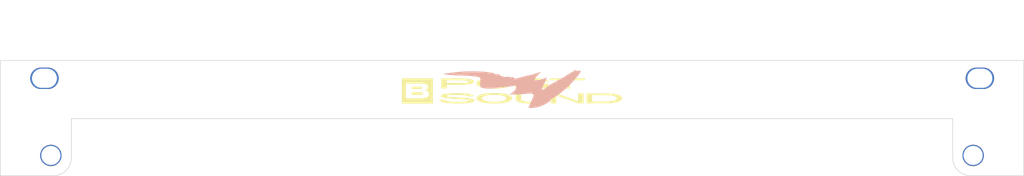
<source format=kicad_pcb>
(kicad_pcb (version 20211014) (generator pcbnew)
  (layers (0 "F.Cu" signal) (31 "B.Cu" signal) (34 "B.Paste" user) (35 "F.Paste" user) (36 "B.SilkS" user "B.Silkscreen") (37 "F.SilkS" user "F.Silkscreen") (38 "B.Mask" user) (39 "F.Mask" user) (44 "Edge.Cuts" user))
  (net 0 "")
  (footprint "Bastl:SP2_circularHole" (layer "F.Cu") (at 8.523 16)
    (fp_text reference "REF**" hide)
    (fp_text value "SP2_circularHole" hide)
    (pad "" thru_hole circle (at 0 0) (size 3.6 3.6) (drill 3.2) (layers *.Cu *.Mask))
  )
  (footprint "Bastl:SP2_SCRIBBLE" (layer "F.Cu") (at 86.25 4.765)
    (fp_text reference "G***" hide)
    (fp_text value "LOGO" hide)
  )
  (footprint "Bastl:SP2_circularHole" (layer "F.Cu") (at 163.974 16)
    (fp_text reference "REF**" hide)
    (fp_text value "SP2_circularHole" hide)
    (pad "" thru_hole circle (at 0 0) (size 3.6 3.6) (drill 3.2) (layers *.Cu *.Mask))
  )
  (footprint "Bastl:SP2_ovalHole" (layer "F.Cu") (at 7.443 3)
    (fp_text reference "REF**" hide)
    (fp_text value "SP2_ovalHole" hide)
    (pad "" thru_hole oval (at 0 0) (size 4.8 3.6) (drill oval 4.2 3.2) (layers *.Cu *.Mask))
  )
  (footprint "Bastl:SP2_ovalHole" (layer "F.Cu") (at 165.104 3)
    (fp_text reference "REF**" hide)
    (fp_text value "SP2_ovalHole" hide)
    (pad "" thru_hole oval (at 0 0) (size 4.8 3.6) (drill oval 4.2 3.2) (layers *.Cu *.Mask))
  )
  (footprint "Bastl:SP2_POSTSOUND" (layer "F.Cu") (at 86.25 5.114)
    (fp_text reference "G***" hide)
    (fp_text value "LOGO" hide)
  )
  (gr_line (start 0.000494 0.000002) (end 172.500367 0.000002) (layer "Edge.Cuts") (width 0.1))
  (gr_line (start 8.976501 19.401015) (end 0.000423 19.401015) (layer "Edge.Cuts") (width 0.1))
  (gr_line (start 172.500011 19.400519) (end 172.500011 0.000584) (layer "Edge.Cuts") (width 0.1))
  (gr_line (start 11.977017 9.800521) (end 11.977017 16.400641) (layer "Edge.Cuts") (width 0.1))
  (gr_line (start 11.976523 9.800027) (end 160.524536 9.800027) (layer "Edge.Cuts") (width 0.1))
  (gr_line (start 160.52501 9.800521) (end 160.52501 16.400641) (layer "Edge.Cuts") (width 0.1))
  (gr_curve (pts (xy 11.977017 16.400485) (xy 11.976054 18.057035) (xy 10.633192 19.399587) (xy 8.976642 19.400171)) (layer "Edge.Cuts") (width 0.1))
  (gr_line (start 0 19.400519) (end 0 0.000584) (layer "Edge.Cuts") (width 0.1))
  (gr_line (start 163.524493 19.399982) (end 172.500571 19.399982) (layer "Edge.Cuts") (width 0.1))
  (gr_curve (pts (xy 163.524493 19.401015) (xy 161.867951 19.40004) (xy 160.525408 18.057183) (xy 160.524827 16.40064)) (layer "Edge.Cuts") (width 0.1))
)
</source>
